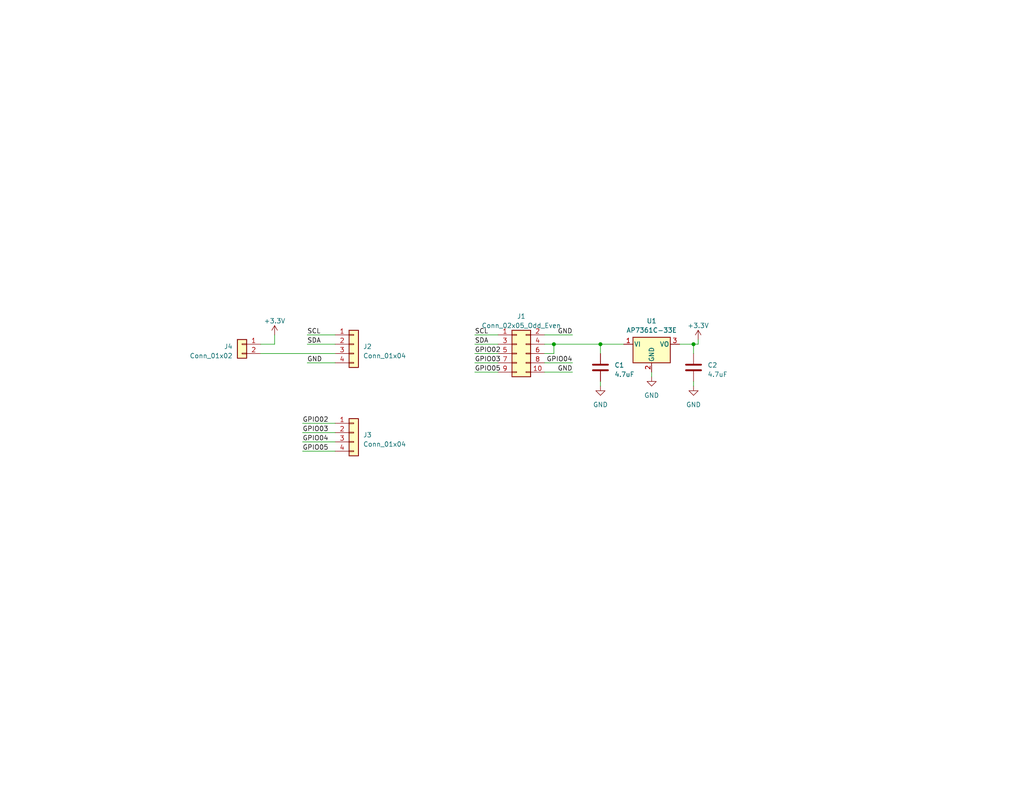
<source format=kicad_sch>
(kicad_sch (version 20230121) (generator eeschema)
  (paper "USLetter")
  (title_block (title "Aardvark QWIIC Adapter") (date "2023-02-19") (rev "1.0"))
  (lib_symbols
    (symbol "Connector_Generic:Conn_01x02" (pin_names (offset 1.016) hide)
      (property "Reference" "J" (at 0 2.54 0))
      (property "Value" "Conn_01x02" (at 0 -5.08 0))
      (symbol "Conn_01x02_1_1"
        (rectangle (start -1.27 -2.413) (end 0 -2.667) (stroke (width 0.1524)))
        (rectangle (start -1.27 0.127) (end 0 -0.127) (stroke (width 0.1524)))
        (rectangle (start -1.27 1.27) (end 1.27 -3.81) (stroke (width 0.254)) (fill (type background)))
        (pin passive line (at -5.08 0 0) (length 3.81) (name "Pin_1") (number "1"))
        (pin passive line (at -5.08 -2.54 0) (length 3.81) (name "Pin_2") (number "2"))
      )
    )
    (symbol "Connector_Generic:Conn_01x04" (pin_names (offset 1.016) hide)
      (property "Reference" "J" (at 0 5.08 0))
      (property "Value" "Conn_01x04" (at 0 -7.62 0))
      (symbol "Conn_01x04_1_1"
        (rectangle (start -1.27 -4.953) (end 0 -5.207) (stroke (width 0.1524)))
        (rectangle (start -1.27 -2.413) (end 0 -2.667) (stroke (width 0.1524)))
        (rectangle (start -1.27 0.127) (end 0 -0.127) (stroke (width 0.1524)))
        (rectangle (start -1.27 2.667) (end 0 2.413) (stroke (width 0.1524)))
        (rectangle (start -1.27 3.81) (end 1.27 -6.35) (stroke (width 0.254)) (fill (type background)))
        (pin passive line (at -5.08 2.54 0) (length 3.81) (name "Pin_1") (number "1"))
        (pin passive line (at -5.08 0 0) (length 3.81) (name "Pin_2") (number "2"))
        (pin passive line (at -5.08 -2.54 0) (length 3.81) (name "Pin_3") (number "3"))
        (pin passive line (at -5.08 -5.08 0) (length 3.81) (name "Pin_4") (number "4"))
      )
    )
    (symbol "Connector_Generic:Conn_02x05_Odd_Even" (pin_names (offset 1.016) hide)
      (property "Reference" "J" (at 1.27 7.62 0))
      (property "Value" "Conn_02x05_Odd_Even" (at 1.27 -7.62 0))
      (symbol "Conn_02x05_Odd_Even_1_1"
        (rectangle (start -1.27 -4.953) (end 0 -5.207) (stroke (width 0.1524)))
        (rectangle (start -1.27 -2.413) (end 0 -2.667) (stroke (width 0.1524)))
        (rectangle (start -1.27 0.127) (end 0 -0.127) (stroke (width 0.1524)))
        (rectangle (start -1.27 2.667) (end 0 2.413) (stroke (width 0.1524)))
        (rectangle (start -1.27 5.207) (end 0 4.953) (stroke (width 0.1524)))
        (rectangle (start -1.27 6.35) (end 3.81 -6.35) (stroke (width 0.254)) (fill (type background)))
        (rectangle (start 3.81 -4.953) (end 2.54 -5.207) (stroke (width 0.1524)))
        (rectangle (start 3.81 -2.413) (end 2.54 -2.667) (stroke (width 0.1524)))
        (rectangle (start 3.81 0.127) (end 2.54 -0.127) (stroke (width 0.1524)))
        (rectangle (start 3.81 2.667) (end 2.54 2.413) (stroke (width 0.1524)))
        (rectangle (start 3.81 5.207) (end 2.54 4.953) (stroke (width 0.1524)))
        (pin passive line (at -5.08 5.08 0) (length 3.81) (name "Pin_1") (number "1"))
        (pin passive line (at 7.62 -5.08 180) (length 3.81) (name "Pin_10") (number "10"))
        (pin passive line (at 7.62 5.08 180) (length 3.81) (name "Pin_2") (number "2"))
        (pin passive line (at -5.08 2.54 0) (length 3.81) (name "Pin_3") (number "3"))
        (pin passive line (at 7.62 2.54 180) (length 3.81) (name "Pin_4") (number "4"))
        (pin passive line (at -5.08 0 0) (length 3.81) (name "Pin_5") (number "5"))
        (pin passive line (at 7.62 0 180) (length 3.81) (name "Pin_6") (number "6"))
        (pin passive line (at -5.08 -2.54 0) (length 3.81) (name "Pin_7") (number "7"))
        (pin passive line (at 7.62 -2.54 180) (length 3.81) (name "Pin_8") (number "8"))
        (pin passive line (at -5.08 -5.08 0) (length 3.81) (name "Pin_9") (number "9"))
      )
    )
    (symbol "Device:C" (pin_numbers hide) (pin_names (offset 0.254))
      (property "Reference" "C" (at 0.635 2.54 0))
      (property "Value" "C" (at 0.635 -2.54 0))
      (symbol "C_0_1"
        (polyline (pts (xy -2.032 -0.762) (xy 2.032 -0.762)) (stroke (width 0.508)))
        (polyline (pts (xy -2.032 0.762) (xy 2.032 0.762)) (stroke (width 0.508)))
      )
      (symbol "C_1_1"
        (pin passive line (at 0 3.81 270) (length 2.794) (name "~") (number "1"))
        (pin passive line (at 0 -3.81 90) (length 2.794) (name "~") (number "2"))
      )
    )
    (symbol "Regulator_Linear:AP7361C-33E" (pin_names (offset 0.254))
      (property "Reference" "U" (at -3.81 3.175 0))
      (property "Value" "AP7361C-33E" (at 0 3.175 0))
      (symbol "AP7361C-33E_0_1"
        (rectangle (start -5.08 -5.08) (end 5.08 1.905) (stroke (width 0.254)) (fill (type background)))
      )
      (symbol "AP7361C-33E_1_1"
        (pin power_in line (at -7.62 0 0) (length 2.54) (name "VI") (number "1"))
        (pin power_in line (at 0 -7.62 90) (length 2.54) (name "GND") (number "2"))
        (pin power_out line (at 7.62 0 180) (length 2.54) (name "VO") (number "3"))
      )
    )
    (symbol "power:+3.3V" (power) (pin_names (offset 0))
      (property "Value" "+3.3V" (at 0 3.556 0))
      (symbol "+3.3V_0_1"
        (polyline (pts (xy -0.762 1.27) (xy 0 2.54)))
        (polyline (pts (xy 0 0) (xy 0 2.54)))
        (polyline (pts (xy 0 2.54) (xy 0.762 1.27)))
      )
      (symbol "+3.3V_1_1"
        (pin power_in line (at 0 0 90) (length 0) hide (name "+3.3V") (number "1"))
      )
    )
    (symbol "power:GND" (power) (pin_names (offset 0))
      (property "Value" "GND" (at 0 -3.81 0))
      (symbol "GND_0_1"
        (polyline (pts (xy 0 0) (xy 0 -1.27) (xy 1.27 -1.27) (xy 0 -2.54) (xy -1.27 -1.27) (xy 0 -1.27)))
      )
      (symbol "GND_1_1"
        (pin power_in line (at 0 0 270) (length 0) hide (name "GND") (number "1"))
      )
    )
  )
  (junction (at 151.13 93.98))
  (junction (at 189.23 93.98))
  (junction (at 163.83 93.98))
  (wire (pts (xy 163.83 93.98) (xy 170.18 93.98)))
  (wire (pts (xy 163.83 93.98) (xy 163.83 96.52)))
  (wire (pts (xy 185.42 93.98) (xy 189.23 93.98)))
  (wire (pts (xy 129.54 99.06) (xy 135.89 99.06)))
  (wire (pts (xy 74.93 93.98) (xy 71.12 93.98)))
  (wire (pts (xy 190.5 93.98) (xy 190.5 92.71)))
  (wire (pts (xy 151.13 93.98) (xy 151.13 96.52)))
  (wire (pts (xy 129.54 91.44) (xy 135.89 91.44)))
  (wire (pts (xy 129.54 93.98) (xy 135.89 93.98)))
  (wire (pts (xy 83.82 99.06) (xy 91.44 99.06)))
  (wire (pts (xy 189.23 93.98) (xy 189.23 96.52)))
  (wire (pts (xy 82.55 115.57) (xy 91.44 115.57)))
  (wire (pts (xy 129.54 101.6) (xy 135.89 101.6)))
  (wire (pts (xy 82.55 120.65) (xy 91.44 120.65)))
  (wire (pts (xy 148.59 93.98) (xy 151.13 93.98)))
  (wire (pts (xy 151.13 93.98) (xy 163.83 93.98)))
  (wire (pts (xy 83.82 93.98) (xy 91.44 93.98)))
  (wire (pts (xy 148.59 91.44) (xy 156.21 91.44)))
  (wire (pts (xy 82.55 118.11) (xy 91.44 118.11)))
  (wire (pts (xy 148.59 99.06) (xy 156.21 99.06)))
  (wire (pts (xy 71.12 96.52) (xy 91.44 96.52)))
  (wire (pts (xy 163.83 104.14) (xy 163.83 105.41)))
  (wire (pts (xy 148.59 96.52) (xy 151.13 96.52)))
  (wire (pts (xy 83.82 91.44) (xy 91.44 91.44)))
  (wire (pts (xy 129.54 96.52) (xy 135.89 96.52)))
  (wire (pts (xy 177.8 101.6) (xy 177.8 102.87)))
  (wire (pts (xy 189.23 93.98) (xy 190.5 93.98)))
  (wire (pts (xy 82.55 123.19) (xy 91.44 123.19)))
  (wire (pts (xy 189.23 104.14) (xy 189.23 105.41)))
  (wire (pts (xy 74.93 91.44) (xy 74.93 93.98)))
  (wire (pts (xy 148.59 101.6) (xy 156.21 101.6)))
  (label "GPIO05" (at 129.54 101.6 0))
  (label "SCL" (at 129.54 91.44 0))
  (label "GPIO04" (at 82.55 120.65 0))
  (label "GPIO04" (at 156.21 99.06 180))
  (label "GPIO05" (at 82.55 123.19 0))
  (label "GND" (at 156.21 101.6 180))
  (label "GPIO02" (at 129.54 96.52 0))
  (label "GPIO03" (at 82.55 118.11 0))
  (label "GPIO02" (at 82.55 115.57 0))
  (label "SDA" (at 129.54 93.98 0))
  (label "GPIO03" (at 129.54 99.06 0))
  (label "GND" (at 156.21 91.44 180))
  (label "GND" (at 83.82 99.06 0))
  (label "SDA" (at 83.82 93.98 0))
  (label "SCL" (at 83.82 91.44 0))
  (symbol (lib_id "Device:C") (at 163.83 100.33 0) (unit 1)
    (property "Reference" "C1" (at 167.64 99.695 0) (effects (justify left)))
    (property "Value" "4.7uF" (at 167.64 102.235 0) (effects (justify left)))
    (property "Footprint" "Capacitor_SMD:C_0805_2012Metric" (effects hide))
  )
  (symbol (lib_id "Connector_Generic:Conn_01x02") (at 66.04 93.98 0) (mirror y) (unit 1)
    (property "Reference" "J4" (at 63.5 94.615 0) (effects (justify left)))
    (property "Value" "Conn_01x02" (at 63.5 97.155 0) (effects (justify left)))
    (property "Footprint" "Connector_PinHeader_2.54mm:PinHeader_1x02_P2.54mm_Vertical" (effects hide))
  )
  (symbol (lib_id "power:GND") (at 163.83 105.41 0) (unit 1)
    (property "Reference" "#PWR03" (effects hide))
    (property "Value" "GND" (at 163.83 110.49 0))
  )
  (symbol (lib_id "power:+3.3V") (at 74.93 91.44 0) (unit 1)
    (property "Reference" "#PWR05" (effects hide))
    (property "Value" "+3.3V" (at 74.93 87.63 0))
  )
  (symbol (lib_id "power:GND") (at 189.23 105.41 0) (unit 1)
    (property "Reference" "#PWR04" (effects hide))
    (property "Value" "GND" (at 189.23 110.49 0))
  )
  (symbol (lib_id "power:GND") (at 177.8 102.87 0) (unit 1)
    (property "Reference" "#PWR02" (effects hide))
    (property "Value" "GND" (at 177.8 107.95 0))
  )
  (symbol (lib_id "Connector_Generic:Conn_01x04") (at 96.52 118.11 0) (unit 1)
    (property "Reference" "J3" (at 99.06 118.745 0) (effects (justify left)))
    (property "Value" "Conn_01x04" (at 99.06 121.285 0) (effects (justify left)))
    (property "Footprint" "Connector_PinHeader_2.54mm:PinHeader_1x04_P2.54mm_Vertical" (effects hide))
  )
  (symbol (lib_id "power:+3.3V") (at 190.5 92.71 0) (unit 1)
    (property "Reference" "#PWR01" (effects hide))
    (property "Value" "+3.3V" (at 190.5 88.9 0))
  )
  (symbol (lib_id "Connector_Generic:Conn_01x04") (at 96.52 93.98 0) (unit 1)
    (property "Reference" "J2" (at 99.06 94.615 0) (effects (justify left)))
    (property "Value" "Conn_01x04" (at 99.06 97.155 0) (effects (justify left)))
    (property "Footprint" "Connector_JST:JST_SH_BM04B-SRSS-TB_1x04-1MP_P1.00mm_Vertical" (effects hide))
  )
  (symbol (lib_id "Regulator_Linear:AP7361C-33E") (at 177.8 93.98 0) (unit 1)
    (property "Reference" "U1" (at 177.8 87.63 0))
    (property "Value" "AP7361C-33E" (at 177.8 90.17 0))
    (property "Footprint" "Package_TO_SOT_SMD:SOT-223-3_TabPin2" (effects hide))
    (property "Datasheet" "https://www.diodes.com/assets/Datasheets/AP7361C.pdf" (effects hide))
  )
  (symbol (lib_id "Device:C") (at 189.23 100.33 0) (unit 1)
    (property "Reference" "C2" (at 193.04 99.695 0) (effects (justify left)))
    (property "Value" "4.7uF" (at 193.04 102.235 0) (effects (justify left)))
    (property "Footprint" "Capacitor_SMD:C_0805_2012Metric" (effects hide))
  )
  (symbol (lib_id "Connector_Generic:Conn_02x05_Odd_Even") (at 140.97 96.52 0) (unit 1)
    (property "Reference" "J1" (at 142.24 86.36 0))
    (property "Value" "Conn_02x05_Odd_Even" (at 142.24 88.9 0))
    (property "Footprint" "Connector_PinHeader_2.54mm:PinHeader_2x05_P2.54mm_Vertical" (effects hide))
  )
)
</source>
